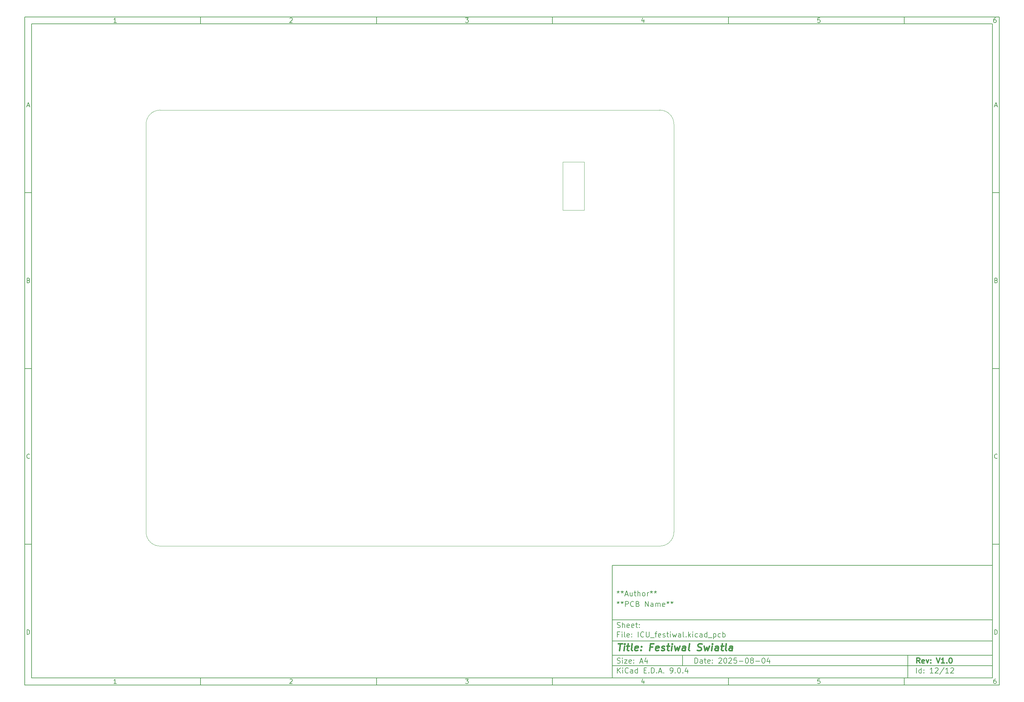
<source format=gbr>
%TF.GenerationSoftware,KiCad,Pcbnew,9.0.4*%
%TF.CreationDate,2025-08-27T10:43:00+02:00*%
%TF.ProjectId,ICU_festiwal,4943555f-6665-4737-9469-77616c2e6b69,V1.0*%
%TF.SameCoordinates,Original*%
%TF.FileFunction,Other,User*%
%FSLAX46Y46*%
G04 Gerber Fmt 4.6, Leading zero omitted, Abs format (unit mm)*
G04 Created by KiCad (PCBNEW 9.0.4) date 2025-08-27 10:43:00*
%MOMM*%
%LPD*%
G01*
G04 APERTURE LIST*
%ADD10C,0.100000*%
%ADD11C,0.150000*%
%ADD12C,0.300000*%
%ADD13C,0.400000*%
%ADD14C,0.050000*%
%TA.AperFunction,Profile*%
%ADD15C,0.050000*%
%TD*%
G04 APERTURE END LIST*
D10*
D11*
X177002200Y-166007200D02*
X285002200Y-166007200D01*
X285002200Y-198007200D01*
X177002200Y-198007200D01*
X177002200Y-166007200D01*
D10*
D11*
X10000000Y-10000000D02*
X287002200Y-10000000D01*
X287002200Y-200007200D01*
X10000000Y-200007200D01*
X10000000Y-10000000D01*
D10*
D11*
X12000000Y-12000000D02*
X285002200Y-12000000D01*
X285002200Y-198007200D01*
X12000000Y-198007200D01*
X12000000Y-12000000D01*
D10*
D11*
X60000000Y-12000000D02*
X60000000Y-10000000D01*
D10*
D11*
X110000000Y-12000000D02*
X110000000Y-10000000D01*
D10*
D11*
X160000000Y-12000000D02*
X160000000Y-10000000D01*
D10*
D11*
X210000000Y-12000000D02*
X210000000Y-10000000D01*
D10*
D11*
X260000000Y-12000000D02*
X260000000Y-10000000D01*
D10*
D11*
X36089160Y-11593604D02*
X35346303Y-11593604D01*
X35717731Y-11593604D02*
X35717731Y-10293604D01*
X35717731Y-10293604D02*
X35593922Y-10479319D01*
X35593922Y-10479319D02*
X35470112Y-10603128D01*
X35470112Y-10603128D02*
X35346303Y-10665033D01*
D10*
D11*
X85346303Y-10417414D02*
X85408207Y-10355509D01*
X85408207Y-10355509D02*
X85532017Y-10293604D01*
X85532017Y-10293604D02*
X85841541Y-10293604D01*
X85841541Y-10293604D02*
X85965350Y-10355509D01*
X85965350Y-10355509D02*
X86027255Y-10417414D01*
X86027255Y-10417414D02*
X86089160Y-10541223D01*
X86089160Y-10541223D02*
X86089160Y-10665033D01*
X86089160Y-10665033D02*
X86027255Y-10850747D01*
X86027255Y-10850747D02*
X85284398Y-11593604D01*
X85284398Y-11593604D02*
X86089160Y-11593604D01*
D10*
D11*
X135284398Y-10293604D02*
X136089160Y-10293604D01*
X136089160Y-10293604D02*
X135655826Y-10788842D01*
X135655826Y-10788842D02*
X135841541Y-10788842D01*
X135841541Y-10788842D02*
X135965350Y-10850747D01*
X135965350Y-10850747D02*
X136027255Y-10912652D01*
X136027255Y-10912652D02*
X136089160Y-11036461D01*
X136089160Y-11036461D02*
X136089160Y-11345985D01*
X136089160Y-11345985D02*
X136027255Y-11469795D01*
X136027255Y-11469795D02*
X135965350Y-11531700D01*
X135965350Y-11531700D02*
X135841541Y-11593604D01*
X135841541Y-11593604D02*
X135470112Y-11593604D01*
X135470112Y-11593604D02*
X135346303Y-11531700D01*
X135346303Y-11531700D02*
X135284398Y-11469795D01*
D10*
D11*
X185965350Y-10726938D02*
X185965350Y-11593604D01*
X185655826Y-10231700D02*
X185346303Y-11160271D01*
X185346303Y-11160271D02*
X186151064Y-11160271D01*
D10*
D11*
X236027255Y-10293604D02*
X235408207Y-10293604D01*
X235408207Y-10293604D02*
X235346303Y-10912652D01*
X235346303Y-10912652D02*
X235408207Y-10850747D01*
X235408207Y-10850747D02*
X235532017Y-10788842D01*
X235532017Y-10788842D02*
X235841541Y-10788842D01*
X235841541Y-10788842D02*
X235965350Y-10850747D01*
X235965350Y-10850747D02*
X236027255Y-10912652D01*
X236027255Y-10912652D02*
X236089160Y-11036461D01*
X236089160Y-11036461D02*
X236089160Y-11345985D01*
X236089160Y-11345985D02*
X236027255Y-11469795D01*
X236027255Y-11469795D02*
X235965350Y-11531700D01*
X235965350Y-11531700D02*
X235841541Y-11593604D01*
X235841541Y-11593604D02*
X235532017Y-11593604D01*
X235532017Y-11593604D02*
X235408207Y-11531700D01*
X235408207Y-11531700D02*
X235346303Y-11469795D01*
D10*
D11*
X285965350Y-10293604D02*
X285717731Y-10293604D01*
X285717731Y-10293604D02*
X285593922Y-10355509D01*
X285593922Y-10355509D02*
X285532017Y-10417414D01*
X285532017Y-10417414D02*
X285408207Y-10603128D01*
X285408207Y-10603128D02*
X285346303Y-10850747D01*
X285346303Y-10850747D02*
X285346303Y-11345985D01*
X285346303Y-11345985D02*
X285408207Y-11469795D01*
X285408207Y-11469795D02*
X285470112Y-11531700D01*
X285470112Y-11531700D02*
X285593922Y-11593604D01*
X285593922Y-11593604D02*
X285841541Y-11593604D01*
X285841541Y-11593604D02*
X285965350Y-11531700D01*
X285965350Y-11531700D02*
X286027255Y-11469795D01*
X286027255Y-11469795D02*
X286089160Y-11345985D01*
X286089160Y-11345985D02*
X286089160Y-11036461D01*
X286089160Y-11036461D02*
X286027255Y-10912652D01*
X286027255Y-10912652D02*
X285965350Y-10850747D01*
X285965350Y-10850747D02*
X285841541Y-10788842D01*
X285841541Y-10788842D02*
X285593922Y-10788842D01*
X285593922Y-10788842D02*
X285470112Y-10850747D01*
X285470112Y-10850747D02*
X285408207Y-10912652D01*
X285408207Y-10912652D02*
X285346303Y-11036461D01*
D10*
D11*
X60000000Y-198007200D02*
X60000000Y-200007200D01*
D10*
D11*
X110000000Y-198007200D02*
X110000000Y-200007200D01*
D10*
D11*
X160000000Y-198007200D02*
X160000000Y-200007200D01*
D10*
D11*
X210000000Y-198007200D02*
X210000000Y-200007200D01*
D10*
D11*
X260000000Y-198007200D02*
X260000000Y-200007200D01*
D10*
D11*
X36089160Y-199600804D02*
X35346303Y-199600804D01*
X35717731Y-199600804D02*
X35717731Y-198300804D01*
X35717731Y-198300804D02*
X35593922Y-198486519D01*
X35593922Y-198486519D02*
X35470112Y-198610328D01*
X35470112Y-198610328D02*
X35346303Y-198672233D01*
D10*
D11*
X85346303Y-198424614D02*
X85408207Y-198362709D01*
X85408207Y-198362709D02*
X85532017Y-198300804D01*
X85532017Y-198300804D02*
X85841541Y-198300804D01*
X85841541Y-198300804D02*
X85965350Y-198362709D01*
X85965350Y-198362709D02*
X86027255Y-198424614D01*
X86027255Y-198424614D02*
X86089160Y-198548423D01*
X86089160Y-198548423D02*
X86089160Y-198672233D01*
X86089160Y-198672233D02*
X86027255Y-198857947D01*
X86027255Y-198857947D02*
X85284398Y-199600804D01*
X85284398Y-199600804D02*
X86089160Y-199600804D01*
D10*
D11*
X135284398Y-198300804D02*
X136089160Y-198300804D01*
X136089160Y-198300804D02*
X135655826Y-198796042D01*
X135655826Y-198796042D02*
X135841541Y-198796042D01*
X135841541Y-198796042D02*
X135965350Y-198857947D01*
X135965350Y-198857947D02*
X136027255Y-198919852D01*
X136027255Y-198919852D02*
X136089160Y-199043661D01*
X136089160Y-199043661D02*
X136089160Y-199353185D01*
X136089160Y-199353185D02*
X136027255Y-199476995D01*
X136027255Y-199476995D02*
X135965350Y-199538900D01*
X135965350Y-199538900D02*
X135841541Y-199600804D01*
X135841541Y-199600804D02*
X135470112Y-199600804D01*
X135470112Y-199600804D02*
X135346303Y-199538900D01*
X135346303Y-199538900D02*
X135284398Y-199476995D01*
D10*
D11*
X185965350Y-198734138D02*
X185965350Y-199600804D01*
X185655826Y-198238900D02*
X185346303Y-199167471D01*
X185346303Y-199167471D02*
X186151064Y-199167471D01*
D10*
D11*
X236027255Y-198300804D02*
X235408207Y-198300804D01*
X235408207Y-198300804D02*
X235346303Y-198919852D01*
X235346303Y-198919852D02*
X235408207Y-198857947D01*
X235408207Y-198857947D02*
X235532017Y-198796042D01*
X235532017Y-198796042D02*
X235841541Y-198796042D01*
X235841541Y-198796042D02*
X235965350Y-198857947D01*
X235965350Y-198857947D02*
X236027255Y-198919852D01*
X236027255Y-198919852D02*
X236089160Y-199043661D01*
X236089160Y-199043661D02*
X236089160Y-199353185D01*
X236089160Y-199353185D02*
X236027255Y-199476995D01*
X236027255Y-199476995D02*
X235965350Y-199538900D01*
X235965350Y-199538900D02*
X235841541Y-199600804D01*
X235841541Y-199600804D02*
X235532017Y-199600804D01*
X235532017Y-199600804D02*
X235408207Y-199538900D01*
X235408207Y-199538900D02*
X235346303Y-199476995D01*
D10*
D11*
X285965350Y-198300804D02*
X285717731Y-198300804D01*
X285717731Y-198300804D02*
X285593922Y-198362709D01*
X285593922Y-198362709D02*
X285532017Y-198424614D01*
X285532017Y-198424614D02*
X285408207Y-198610328D01*
X285408207Y-198610328D02*
X285346303Y-198857947D01*
X285346303Y-198857947D02*
X285346303Y-199353185D01*
X285346303Y-199353185D02*
X285408207Y-199476995D01*
X285408207Y-199476995D02*
X285470112Y-199538900D01*
X285470112Y-199538900D02*
X285593922Y-199600804D01*
X285593922Y-199600804D02*
X285841541Y-199600804D01*
X285841541Y-199600804D02*
X285965350Y-199538900D01*
X285965350Y-199538900D02*
X286027255Y-199476995D01*
X286027255Y-199476995D02*
X286089160Y-199353185D01*
X286089160Y-199353185D02*
X286089160Y-199043661D01*
X286089160Y-199043661D02*
X286027255Y-198919852D01*
X286027255Y-198919852D02*
X285965350Y-198857947D01*
X285965350Y-198857947D02*
X285841541Y-198796042D01*
X285841541Y-198796042D02*
X285593922Y-198796042D01*
X285593922Y-198796042D02*
X285470112Y-198857947D01*
X285470112Y-198857947D02*
X285408207Y-198919852D01*
X285408207Y-198919852D02*
X285346303Y-199043661D01*
D10*
D11*
X10000000Y-60000000D02*
X12000000Y-60000000D01*
D10*
D11*
X10000000Y-110000000D02*
X12000000Y-110000000D01*
D10*
D11*
X10000000Y-160000000D02*
X12000000Y-160000000D01*
D10*
D11*
X10690476Y-35222176D02*
X11309523Y-35222176D01*
X10566666Y-35593604D02*
X10999999Y-34293604D01*
X10999999Y-34293604D02*
X11433333Y-35593604D01*
D10*
D11*
X11092857Y-84912652D02*
X11278571Y-84974557D01*
X11278571Y-84974557D02*
X11340476Y-85036461D01*
X11340476Y-85036461D02*
X11402380Y-85160271D01*
X11402380Y-85160271D02*
X11402380Y-85345985D01*
X11402380Y-85345985D02*
X11340476Y-85469795D01*
X11340476Y-85469795D02*
X11278571Y-85531700D01*
X11278571Y-85531700D02*
X11154761Y-85593604D01*
X11154761Y-85593604D02*
X10659523Y-85593604D01*
X10659523Y-85593604D02*
X10659523Y-84293604D01*
X10659523Y-84293604D02*
X11092857Y-84293604D01*
X11092857Y-84293604D02*
X11216666Y-84355509D01*
X11216666Y-84355509D02*
X11278571Y-84417414D01*
X11278571Y-84417414D02*
X11340476Y-84541223D01*
X11340476Y-84541223D02*
X11340476Y-84665033D01*
X11340476Y-84665033D02*
X11278571Y-84788842D01*
X11278571Y-84788842D02*
X11216666Y-84850747D01*
X11216666Y-84850747D02*
X11092857Y-84912652D01*
X11092857Y-84912652D02*
X10659523Y-84912652D01*
D10*
D11*
X11402380Y-135469795D02*
X11340476Y-135531700D01*
X11340476Y-135531700D02*
X11154761Y-135593604D01*
X11154761Y-135593604D02*
X11030952Y-135593604D01*
X11030952Y-135593604D02*
X10845238Y-135531700D01*
X10845238Y-135531700D02*
X10721428Y-135407890D01*
X10721428Y-135407890D02*
X10659523Y-135284080D01*
X10659523Y-135284080D02*
X10597619Y-135036461D01*
X10597619Y-135036461D02*
X10597619Y-134850747D01*
X10597619Y-134850747D02*
X10659523Y-134603128D01*
X10659523Y-134603128D02*
X10721428Y-134479319D01*
X10721428Y-134479319D02*
X10845238Y-134355509D01*
X10845238Y-134355509D02*
X11030952Y-134293604D01*
X11030952Y-134293604D02*
X11154761Y-134293604D01*
X11154761Y-134293604D02*
X11340476Y-134355509D01*
X11340476Y-134355509D02*
X11402380Y-134417414D01*
D10*
D11*
X10659523Y-185593604D02*
X10659523Y-184293604D01*
X10659523Y-184293604D02*
X10969047Y-184293604D01*
X10969047Y-184293604D02*
X11154761Y-184355509D01*
X11154761Y-184355509D02*
X11278571Y-184479319D01*
X11278571Y-184479319D02*
X11340476Y-184603128D01*
X11340476Y-184603128D02*
X11402380Y-184850747D01*
X11402380Y-184850747D02*
X11402380Y-185036461D01*
X11402380Y-185036461D02*
X11340476Y-185284080D01*
X11340476Y-185284080D02*
X11278571Y-185407890D01*
X11278571Y-185407890D02*
X11154761Y-185531700D01*
X11154761Y-185531700D02*
X10969047Y-185593604D01*
X10969047Y-185593604D02*
X10659523Y-185593604D01*
D10*
D11*
X287002200Y-60000000D02*
X285002200Y-60000000D01*
D10*
D11*
X287002200Y-110000000D02*
X285002200Y-110000000D01*
D10*
D11*
X287002200Y-160000000D02*
X285002200Y-160000000D01*
D10*
D11*
X285692676Y-35222176D02*
X286311723Y-35222176D01*
X285568866Y-35593604D02*
X286002199Y-34293604D01*
X286002199Y-34293604D02*
X286435533Y-35593604D01*
D10*
D11*
X286095057Y-84912652D02*
X286280771Y-84974557D01*
X286280771Y-84974557D02*
X286342676Y-85036461D01*
X286342676Y-85036461D02*
X286404580Y-85160271D01*
X286404580Y-85160271D02*
X286404580Y-85345985D01*
X286404580Y-85345985D02*
X286342676Y-85469795D01*
X286342676Y-85469795D02*
X286280771Y-85531700D01*
X286280771Y-85531700D02*
X286156961Y-85593604D01*
X286156961Y-85593604D02*
X285661723Y-85593604D01*
X285661723Y-85593604D02*
X285661723Y-84293604D01*
X285661723Y-84293604D02*
X286095057Y-84293604D01*
X286095057Y-84293604D02*
X286218866Y-84355509D01*
X286218866Y-84355509D02*
X286280771Y-84417414D01*
X286280771Y-84417414D02*
X286342676Y-84541223D01*
X286342676Y-84541223D02*
X286342676Y-84665033D01*
X286342676Y-84665033D02*
X286280771Y-84788842D01*
X286280771Y-84788842D02*
X286218866Y-84850747D01*
X286218866Y-84850747D02*
X286095057Y-84912652D01*
X286095057Y-84912652D02*
X285661723Y-84912652D01*
D10*
D11*
X286404580Y-135469795D02*
X286342676Y-135531700D01*
X286342676Y-135531700D02*
X286156961Y-135593604D01*
X286156961Y-135593604D02*
X286033152Y-135593604D01*
X286033152Y-135593604D02*
X285847438Y-135531700D01*
X285847438Y-135531700D02*
X285723628Y-135407890D01*
X285723628Y-135407890D02*
X285661723Y-135284080D01*
X285661723Y-135284080D02*
X285599819Y-135036461D01*
X285599819Y-135036461D02*
X285599819Y-134850747D01*
X285599819Y-134850747D02*
X285661723Y-134603128D01*
X285661723Y-134603128D02*
X285723628Y-134479319D01*
X285723628Y-134479319D02*
X285847438Y-134355509D01*
X285847438Y-134355509D02*
X286033152Y-134293604D01*
X286033152Y-134293604D02*
X286156961Y-134293604D01*
X286156961Y-134293604D02*
X286342676Y-134355509D01*
X286342676Y-134355509D02*
X286404580Y-134417414D01*
D10*
D11*
X285661723Y-185593604D02*
X285661723Y-184293604D01*
X285661723Y-184293604D02*
X285971247Y-184293604D01*
X285971247Y-184293604D02*
X286156961Y-184355509D01*
X286156961Y-184355509D02*
X286280771Y-184479319D01*
X286280771Y-184479319D02*
X286342676Y-184603128D01*
X286342676Y-184603128D02*
X286404580Y-184850747D01*
X286404580Y-184850747D02*
X286404580Y-185036461D01*
X286404580Y-185036461D02*
X286342676Y-185284080D01*
X286342676Y-185284080D02*
X286280771Y-185407890D01*
X286280771Y-185407890D02*
X286156961Y-185531700D01*
X286156961Y-185531700D02*
X285971247Y-185593604D01*
X285971247Y-185593604D02*
X285661723Y-185593604D01*
D10*
D11*
X200458026Y-193793328D02*
X200458026Y-192293328D01*
X200458026Y-192293328D02*
X200815169Y-192293328D01*
X200815169Y-192293328D02*
X201029455Y-192364757D01*
X201029455Y-192364757D02*
X201172312Y-192507614D01*
X201172312Y-192507614D02*
X201243741Y-192650471D01*
X201243741Y-192650471D02*
X201315169Y-192936185D01*
X201315169Y-192936185D02*
X201315169Y-193150471D01*
X201315169Y-193150471D02*
X201243741Y-193436185D01*
X201243741Y-193436185D02*
X201172312Y-193579042D01*
X201172312Y-193579042D02*
X201029455Y-193721900D01*
X201029455Y-193721900D02*
X200815169Y-193793328D01*
X200815169Y-193793328D02*
X200458026Y-193793328D01*
X202600884Y-193793328D02*
X202600884Y-193007614D01*
X202600884Y-193007614D02*
X202529455Y-192864757D01*
X202529455Y-192864757D02*
X202386598Y-192793328D01*
X202386598Y-192793328D02*
X202100884Y-192793328D01*
X202100884Y-192793328D02*
X201958026Y-192864757D01*
X202600884Y-193721900D02*
X202458026Y-193793328D01*
X202458026Y-193793328D02*
X202100884Y-193793328D01*
X202100884Y-193793328D02*
X201958026Y-193721900D01*
X201958026Y-193721900D02*
X201886598Y-193579042D01*
X201886598Y-193579042D02*
X201886598Y-193436185D01*
X201886598Y-193436185D02*
X201958026Y-193293328D01*
X201958026Y-193293328D02*
X202100884Y-193221900D01*
X202100884Y-193221900D02*
X202458026Y-193221900D01*
X202458026Y-193221900D02*
X202600884Y-193150471D01*
X203100884Y-192793328D02*
X203672312Y-192793328D01*
X203315169Y-192293328D02*
X203315169Y-193579042D01*
X203315169Y-193579042D02*
X203386598Y-193721900D01*
X203386598Y-193721900D02*
X203529455Y-193793328D01*
X203529455Y-193793328D02*
X203672312Y-193793328D01*
X204743741Y-193721900D02*
X204600884Y-193793328D01*
X204600884Y-193793328D02*
X204315170Y-193793328D01*
X204315170Y-193793328D02*
X204172312Y-193721900D01*
X204172312Y-193721900D02*
X204100884Y-193579042D01*
X204100884Y-193579042D02*
X204100884Y-193007614D01*
X204100884Y-193007614D02*
X204172312Y-192864757D01*
X204172312Y-192864757D02*
X204315170Y-192793328D01*
X204315170Y-192793328D02*
X204600884Y-192793328D01*
X204600884Y-192793328D02*
X204743741Y-192864757D01*
X204743741Y-192864757D02*
X204815170Y-193007614D01*
X204815170Y-193007614D02*
X204815170Y-193150471D01*
X204815170Y-193150471D02*
X204100884Y-193293328D01*
X205458026Y-193650471D02*
X205529455Y-193721900D01*
X205529455Y-193721900D02*
X205458026Y-193793328D01*
X205458026Y-193793328D02*
X205386598Y-193721900D01*
X205386598Y-193721900D02*
X205458026Y-193650471D01*
X205458026Y-193650471D02*
X205458026Y-193793328D01*
X205458026Y-192864757D02*
X205529455Y-192936185D01*
X205529455Y-192936185D02*
X205458026Y-193007614D01*
X205458026Y-193007614D02*
X205386598Y-192936185D01*
X205386598Y-192936185D02*
X205458026Y-192864757D01*
X205458026Y-192864757D02*
X205458026Y-193007614D01*
X207243741Y-192436185D02*
X207315169Y-192364757D01*
X207315169Y-192364757D02*
X207458027Y-192293328D01*
X207458027Y-192293328D02*
X207815169Y-192293328D01*
X207815169Y-192293328D02*
X207958027Y-192364757D01*
X207958027Y-192364757D02*
X208029455Y-192436185D01*
X208029455Y-192436185D02*
X208100884Y-192579042D01*
X208100884Y-192579042D02*
X208100884Y-192721900D01*
X208100884Y-192721900D02*
X208029455Y-192936185D01*
X208029455Y-192936185D02*
X207172312Y-193793328D01*
X207172312Y-193793328D02*
X208100884Y-193793328D01*
X209029455Y-192293328D02*
X209172312Y-192293328D01*
X209172312Y-192293328D02*
X209315169Y-192364757D01*
X209315169Y-192364757D02*
X209386598Y-192436185D01*
X209386598Y-192436185D02*
X209458026Y-192579042D01*
X209458026Y-192579042D02*
X209529455Y-192864757D01*
X209529455Y-192864757D02*
X209529455Y-193221900D01*
X209529455Y-193221900D02*
X209458026Y-193507614D01*
X209458026Y-193507614D02*
X209386598Y-193650471D01*
X209386598Y-193650471D02*
X209315169Y-193721900D01*
X209315169Y-193721900D02*
X209172312Y-193793328D01*
X209172312Y-193793328D02*
X209029455Y-193793328D01*
X209029455Y-193793328D02*
X208886598Y-193721900D01*
X208886598Y-193721900D02*
X208815169Y-193650471D01*
X208815169Y-193650471D02*
X208743740Y-193507614D01*
X208743740Y-193507614D02*
X208672312Y-193221900D01*
X208672312Y-193221900D02*
X208672312Y-192864757D01*
X208672312Y-192864757D02*
X208743740Y-192579042D01*
X208743740Y-192579042D02*
X208815169Y-192436185D01*
X208815169Y-192436185D02*
X208886598Y-192364757D01*
X208886598Y-192364757D02*
X209029455Y-192293328D01*
X210100883Y-192436185D02*
X210172311Y-192364757D01*
X210172311Y-192364757D02*
X210315169Y-192293328D01*
X210315169Y-192293328D02*
X210672311Y-192293328D01*
X210672311Y-192293328D02*
X210815169Y-192364757D01*
X210815169Y-192364757D02*
X210886597Y-192436185D01*
X210886597Y-192436185D02*
X210958026Y-192579042D01*
X210958026Y-192579042D02*
X210958026Y-192721900D01*
X210958026Y-192721900D02*
X210886597Y-192936185D01*
X210886597Y-192936185D02*
X210029454Y-193793328D01*
X210029454Y-193793328D02*
X210958026Y-193793328D01*
X212315168Y-192293328D02*
X211600882Y-192293328D01*
X211600882Y-192293328D02*
X211529454Y-193007614D01*
X211529454Y-193007614D02*
X211600882Y-192936185D01*
X211600882Y-192936185D02*
X211743740Y-192864757D01*
X211743740Y-192864757D02*
X212100882Y-192864757D01*
X212100882Y-192864757D02*
X212243740Y-192936185D01*
X212243740Y-192936185D02*
X212315168Y-193007614D01*
X212315168Y-193007614D02*
X212386597Y-193150471D01*
X212386597Y-193150471D02*
X212386597Y-193507614D01*
X212386597Y-193507614D02*
X212315168Y-193650471D01*
X212315168Y-193650471D02*
X212243740Y-193721900D01*
X212243740Y-193721900D02*
X212100882Y-193793328D01*
X212100882Y-193793328D02*
X211743740Y-193793328D01*
X211743740Y-193793328D02*
X211600882Y-193721900D01*
X211600882Y-193721900D02*
X211529454Y-193650471D01*
X213029453Y-193221900D02*
X214172311Y-193221900D01*
X215172311Y-192293328D02*
X215315168Y-192293328D01*
X215315168Y-192293328D02*
X215458025Y-192364757D01*
X215458025Y-192364757D02*
X215529454Y-192436185D01*
X215529454Y-192436185D02*
X215600882Y-192579042D01*
X215600882Y-192579042D02*
X215672311Y-192864757D01*
X215672311Y-192864757D02*
X215672311Y-193221900D01*
X215672311Y-193221900D02*
X215600882Y-193507614D01*
X215600882Y-193507614D02*
X215529454Y-193650471D01*
X215529454Y-193650471D02*
X215458025Y-193721900D01*
X215458025Y-193721900D02*
X215315168Y-193793328D01*
X215315168Y-193793328D02*
X215172311Y-193793328D01*
X215172311Y-193793328D02*
X215029454Y-193721900D01*
X215029454Y-193721900D02*
X214958025Y-193650471D01*
X214958025Y-193650471D02*
X214886596Y-193507614D01*
X214886596Y-193507614D02*
X214815168Y-193221900D01*
X214815168Y-193221900D02*
X214815168Y-192864757D01*
X214815168Y-192864757D02*
X214886596Y-192579042D01*
X214886596Y-192579042D02*
X214958025Y-192436185D01*
X214958025Y-192436185D02*
X215029454Y-192364757D01*
X215029454Y-192364757D02*
X215172311Y-192293328D01*
X216529453Y-192936185D02*
X216386596Y-192864757D01*
X216386596Y-192864757D02*
X216315167Y-192793328D01*
X216315167Y-192793328D02*
X216243739Y-192650471D01*
X216243739Y-192650471D02*
X216243739Y-192579042D01*
X216243739Y-192579042D02*
X216315167Y-192436185D01*
X216315167Y-192436185D02*
X216386596Y-192364757D01*
X216386596Y-192364757D02*
X216529453Y-192293328D01*
X216529453Y-192293328D02*
X216815167Y-192293328D01*
X216815167Y-192293328D02*
X216958025Y-192364757D01*
X216958025Y-192364757D02*
X217029453Y-192436185D01*
X217029453Y-192436185D02*
X217100882Y-192579042D01*
X217100882Y-192579042D02*
X217100882Y-192650471D01*
X217100882Y-192650471D02*
X217029453Y-192793328D01*
X217029453Y-192793328D02*
X216958025Y-192864757D01*
X216958025Y-192864757D02*
X216815167Y-192936185D01*
X216815167Y-192936185D02*
X216529453Y-192936185D01*
X216529453Y-192936185D02*
X216386596Y-193007614D01*
X216386596Y-193007614D02*
X216315167Y-193079042D01*
X216315167Y-193079042D02*
X216243739Y-193221900D01*
X216243739Y-193221900D02*
X216243739Y-193507614D01*
X216243739Y-193507614D02*
X216315167Y-193650471D01*
X216315167Y-193650471D02*
X216386596Y-193721900D01*
X216386596Y-193721900D02*
X216529453Y-193793328D01*
X216529453Y-193793328D02*
X216815167Y-193793328D01*
X216815167Y-193793328D02*
X216958025Y-193721900D01*
X216958025Y-193721900D02*
X217029453Y-193650471D01*
X217029453Y-193650471D02*
X217100882Y-193507614D01*
X217100882Y-193507614D02*
X217100882Y-193221900D01*
X217100882Y-193221900D02*
X217029453Y-193079042D01*
X217029453Y-193079042D02*
X216958025Y-193007614D01*
X216958025Y-193007614D02*
X216815167Y-192936185D01*
X217743738Y-193221900D02*
X218886596Y-193221900D01*
X219886596Y-192293328D02*
X220029453Y-192293328D01*
X220029453Y-192293328D02*
X220172310Y-192364757D01*
X220172310Y-192364757D02*
X220243739Y-192436185D01*
X220243739Y-192436185D02*
X220315167Y-192579042D01*
X220315167Y-192579042D02*
X220386596Y-192864757D01*
X220386596Y-192864757D02*
X220386596Y-193221900D01*
X220386596Y-193221900D02*
X220315167Y-193507614D01*
X220315167Y-193507614D02*
X220243739Y-193650471D01*
X220243739Y-193650471D02*
X220172310Y-193721900D01*
X220172310Y-193721900D02*
X220029453Y-193793328D01*
X220029453Y-193793328D02*
X219886596Y-193793328D01*
X219886596Y-193793328D02*
X219743739Y-193721900D01*
X219743739Y-193721900D02*
X219672310Y-193650471D01*
X219672310Y-193650471D02*
X219600881Y-193507614D01*
X219600881Y-193507614D02*
X219529453Y-193221900D01*
X219529453Y-193221900D02*
X219529453Y-192864757D01*
X219529453Y-192864757D02*
X219600881Y-192579042D01*
X219600881Y-192579042D02*
X219672310Y-192436185D01*
X219672310Y-192436185D02*
X219743739Y-192364757D01*
X219743739Y-192364757D02*
X219886596Y-192293328D01*
X221672310Y-192793328D02*
X221672310Y-193793328D01*
X221315167Y-192221900D02*
X220958024Y-193293328D01*
X220958024Y-193293328D02*
X221886595Y-193293328D01*
D10*
D11*
X177002200Y-194507200D02*
X285002200Y-194507200D01*
D10*
D11*
X178458026Y-196593328D02*
X178458026Y-195093328D01*
X179315169Y-196593328D02*
X178672312Y-195736185D01*
X179315169Y-195093328D02*
X178458026Y-195950471D01*
X179958026Y-196593328D02*
X179958026Y-195593328D01*
X179958026Y-195093328D02*
X179886598Y-195164757D01*
X179886598Y-195164757D02*
X179958026Y-195236185D01*
X179958026Y-195236185D02*
X180029455Y-195164757D01*
X180029455Y-195164757D02*
X179958026Y-195093328D01*
X179958026Y-195093328D02*
X179958026Y-195236185D01*
X181529455Y-196450471D02*
X181458027Y-196521900D01*
X181458027Y-196521900D02*
X181243741Y-196593328D01*
X181243741Y-196593328D02*
X181100884Y-196593328D01*
X181100884Y-196593328D02*
X180886598Y-196521900D01*
X180886598Y-196521900D02*
X180743741Y-196379042D01*
X180743741Y-196379042D02*
X180672312Y-196236185D01*
X180672312Y-196236185D02*
X180600884Y-195950471D01*
X180600884Y-195950471D02*
X180600884Y-195736185D01*
X180600884Y-195736185D02*
X180672312Y-195450471D01*
X180672312Y-195450471D02*
X180743741Y-195307614D01*
X180743741Y-195307614D02*
X180886598Y-195164757D01*
X180886598Y-195164757D02*
X181100884Y-195093328D01*
X181100884Y-195093328D02*
X181243741Y-195093328D01*
X181243741Y-195093328D02*
X181458027Y-195164757D01*
X181458027Y-195164757D02*
X181529455Y-195236185D01*
X182815170Y-196593328D02*
X182815170Y-195807614D01*
X182815170Y-195807614D02*
X182743741Y-195664757D01*
X182743741Y-195664757D02*
X182600884Y-195593328D01*
X182600884Y-195593328D02*
X182315170Y-195593328D01*
X182315170Y-195593328D02*
X182172312Y-195664757D01*
X182815170Y-196521900D02*
X182672312Y-196593328D01*
X182672312Y-196593328D02*
X182315170Y-196593328D01*
X182315170Y-196593328D02*
X182172312Y-196521900D01*
X182172312Y-196521900D02*
X182100884Y-196379042D01*
X182100884Y-196379042D02*
X182100884Y-196236185D01*
X182100884Y-196236185D02*
X182172312Y-196093328D01*
X182172312Y-196093328D02*
X182315170Y-196021900D01*
X182315170Y-196021900D02*
X182672312Y-196021900D01*
X182672312Y-196021900D02*
X182815170Y-195950471D01*
X184172313Y-196593328D02*
X184172313Y-195093328D01*
X184172313Y-196521900D02*
X184029455Y-196593328D01*
X184029455Y-196593328D02*
X183743741Y-196593328D01*
X183743741Y-196593328D02*
X183600884Y-196521900D01*
X183600884Y-196521900D02*
X183529455Y-196450471D01*
X183529455Y-196450471D02*
X183458027Y-196307614D01*
X183458027Y-196307614D02*
X183458027Y-195879042D01*
X183458027Y-195879042D02*
X183529455Y-195736185D01*
X183529455Y-195736185D02*
X183600884Y-195664757D01*
X183600884Y-195664757D02*
X183743741Y-195593328D01*
X183743741Y-195593328D02*
X184029455Y-195593328D01*
X184029455Y-195593328D02*
X184172313Y-195664757D01*
X186029455Y-195807614D02*
X186529455Y-195807614D01*
X186743741Y-196593328D02*
X186029455Y-196593328D01*
X186029455Y-196593328D02*
X186029455Y-195093328D01*
X186029455Y-195093328D02*
X186743741Y-195093328D01*
X187386598Y-196450471D02*
X187458027Y-196521900D01*
X187458027Y-196521900D02*
X187386598Y-196593328D01*
X187386598Y-196593328D02*
X187315170Y-196521900D01*
X187315170Y-196521900D02*
X187386598Y-196450471D01*
X187386598Y-196450471D02*
X187386598Y-196593328D01*
X188100884Y-196593328D02*
X188100884Y-195093328D01*
X188100884Y-195093328D02*
X188458027Y-195093328D01*
X188458027Y-195093328D02*
X188672313Y-195164757D01*
X188672313Y-195164757D02*
X188815170Y-195307614D01*
X188815170Y-195307614D02*
X188886599Y-195450471D01*
X188886599Y-195450471D02*
X188958027Y-195736185D01*
X188958027Y-195736185D02*
X188958027Y-195950471D01*
X188958027Y-195950471D02*
X188886599Y-196236185D01*
X188886599Y-196236185D02*
X188815170Y-196379042D01*
X188815170Y-196379042D02*
X188672313Y-196521900D01*
X188672313Y-196521900D02*
X188458027Y-196593328D01*
X188458027Y-196593328D02*
X188100884Y-196593328D01*
X189600884Y-196450471D02*
X189672313Y-196521900D01*
X189672313Y-196521900D02*
X189600884Y-196593328D01*
X189600884Y-196593328D02*
X189529456Y-196521900D01*
X189529456Y-196521900D02*
X189600884Y-196450471D01*
X189600884Y-196450471D02*
X189600884Y-196593328D01*
X190243742Y-196164757D02*
X190958028Y-196164757D01*
X190100885Y-196593328D02*
X190600885Y-195093328D01*
X190600885Y-195093328D02*
X191100885Y-196593328D01*
X191600884Y-196450471D02*
X191672313Y-196521900D01*
X191672313Y-196521900D02*
X191600884Y-196593328D01*
X191600884Y-196593328D02*
X191529456Y-196521900D01*
X191529456Y-196521900D02*
X191600884Y-196450471D01*
X191600884Y-196450471D02*
X191600884Y-196593328D01*
X193529456Y-196593328D02*
X193815170Y-196593328D01*
X193815170Y-196593328D02*
X193958027Y-196521900D01*
X193958027Y-196521900D02*
X194029456Y-196450471D01*
X194029456Y-196450471D02*
X194172313Y-196236185D01*
X194172313Y-196236185D02*
X194243742Y-195950471D01*
X194243742Y-195950471D02*
X194243742Y-195379042D01*
X194243742Y-195379042D02*
X194172313Y-195236185D01*
X194172313Y-195236185D02*
X194100885Y-195164757D01*
X194100885Y-195164757D02*
X193958027Y-195093328D01*
X193958027Y-195093328D02*
X193672313Y-195093328D01*
X193672313Y-195093328D02*
X193529456Y-195164757D01*
X193529456Y-195164757D02*
X193458027Y-195236185D01*
X193458027Y-195236185D02*
X193386599Y-195379042D01*
X193386599Y-195379042D02*
X193386599Y-195736185D01*
X193386599Y-195736185D02*
X193458027Y-195879042D01*
X193458027Y-195879042D02*
X193529456Y-195950471D01*
X193529456Y-195950471D02*
X193672313Y-196021900D01*
X193672313Y-196021900D02*
X193958027Y-196021900D01*
X193958027Y-196021900D02*
X194100885Y-195950471D01*
X194100885Y-195950471D02*
X194172313Y-195879042D01*
X194172313Y-195879042D02*
X194243742Y-195736185D01*
X194886598Y-196450471D02*
X194958027Y-196521900D01*
X194958027Y-196521900D02*
X194886598Y-196593328D01*
X194886598Y-196593328D02*
X194815170Y-196521900D01*
X194815170Y-196521900D02*
X194886598Y-196450471D01*
X194886598Y-196450471D02*
X194886598Y-196593328D01*
X195886599Y-195093328D02*
X196029456Y-195093328D01*
X196029456Y-195093328D02*
X196172313Y-195164757D01*
X196172313Y-195164757D02*
X196243742Y-195236185D01*
X196243742Y-195236185D02*
X196315170Y-195379042D01*
X196315170Y-195379042D02*
X196386599Y-195664757D01*
X196386599Y-195664757D02*
X196386599Y-196021900D01*
X196386599Y-196021900D02*
X196315170Y-196307614D01*
X196315170Y-196307614D02*
X196243742Y-196450471D01*
X196243742Y-196450471D02*
X196172313Y-196521900D01*
X196172313Y-196521900D02*
X196029456Y-196593328D01*
X196029456Y-196593328D02*
X195886599Y-196593328D01*
X195886599Y-196593328D02*
X195743742Y-196521900D01*
X195743742Y-196521900D02*
X195672313Y-196450471D01*
X195672313Y-196450471D02*
X195600884Y-196307614D01*
X195600884Y-196307614D02*
X195529456Y-196021900D01*
X195529456Y-196021900D02*
X195529456Y-195664757D01*
X195529456Y-195664757D02*
X195600884Y-195379042D01*
X195600884Y-195379042D02*
X195672313Y-195236185D01*
X195672313Y-195236185D02*
X195743742Y-195164757D01*
X195743742Y-195164757D02*
X195886599Y-195093328D01*
X197029455Y-196450471D02*
X197100884Y-196521900D01*
X197100884Y-196521900D02*
X197029455Y-196593328D01*
X197029455Y-196593328D02*
X196958027Y-196521900D01*
X196958027Y-196521900D02*
X197029455Y-196450471D01*
X197029455Y-196450471D02*
X197029455Y-196593328D01*
X198386599Y-195593328D02*
X198386599Y-196593328D01*
X198029456Y-195021900D02*
X197672313Y-196093328D01*
X197672313Y-196093328D02*
X198600884Y-196093328D01*
D10*
D11*
X177002200Y-191507200D02*
X285002200Y-191507200D01*
D10*
D12*
X264413853Y-193785528D02*
X263913853Y-193071242D01*
X263556710Y-193785528D02*
X263556710Y-192285528D01*
X263556710Y-192285528D02*
X264128139Y-192285528D01*
X264128139Y-192285528D02*
X264270996Y-192356957D01*
X264270996Y-192356957D02*
X264342425Y-192428385D01*
X264342425Y-192428385D02*
X264413853Y-192571242D01*
X264413853Y-192571242D02*
X264413853Y-192785528D01*
X264413853Y-192785528D02*
X264342425Y-192928385D01*
X264342425Y-192928385D02*
X264270996Y-192999814D01*
X264270996Y-192999814D02*
X264128139Y-193071242D01*
X264128139Y-193071242D02*
X263556710Y-193071242D01*
X265628139Y-193714100D02*
X265485282Y-193785528D01*
X265485282Y-193785528D02*
X265199568Y-193785528D01*
X265199568Y-193785528D02*
X265056710Y-193714100D01*
X265056710Y-193714100D02*
X264985282Y-193571242D01*
X264985282Y-193571242D02*
X264985282Y-192999814D01*
X264985282Y-192999814D02*
X265056710Y-192856957D01*
X265056710Y-192856957D02*
X265199568Y-192785528D01*
X265199568Y-192785528D02*
X265485282Y-192785528D01*
X265485282Y-192785528D02*
X265628139Y-192856957D01*
X265628139Y-192856957D02*
X265699568Y-192999814D01*
X265699568Y-192999814D02*
X265699568Y-193142671D01*
X265699568Y-193142671D02*
X264985282Y-193285528D01*
X266199567Y-192785528D02*
X266556710Y-193785528D01*
X266556710Y-193785528D02*
X266913853Y-192785528D01*
X267485281Y-193642671D02*
X267556710Y-193714100D01*
X267556710Y-193714100D02*
X267485281Y-193785528D01*
X267485281Y-193785528D02*
X267413853Y-193714100D01*
X267413853Y-193714100D02*
X267485281Y-193642671D01*
X267485281Y-193642671D02*
X267485281Y-193785528D01*
X267485281Y-192856957D02*
X267556710Y-192928385D01*
X267556710Y-192928385D02*
X267485281Y-192999814D01*
X267485281Y-192999814D02*
X267413853Y-192928385D01*
X267413853Y-192928385D02*
X267485281Y-192856957D01*
X267485281Y-192856957D02*
X267485281Y-192999814D01*
X269128139Y-192285528D02*
X269628139Y-193785528D01*
X269628139Y-193785528D02*
X270128139Y-192285528D01*
X271413853Y-193785528D02*
X270556710Y-193785528D01*
X270985281Y-193785528D02*
X270985281Y-192285528D01*
X270985281Y-192285528D02*
X270842424Y-192499814D01*
X270842424Y-192499814D02*
X270699567Y-192642671D01*
X270699567Y-192642671D02*
X270556710Y-192714100D01*
X272056709Y-193642671D02*
X272128138Y-193714100D01*
X272128138Y-193714100D02*
X272056709Y-193785528D01*
X272056709Y-193785528D02*
X271985281Y-193714100D01*
X271985281Y-193714100D02*
X272056709Y-193642671D01*
X272056709Y-193642671D02*
X272056709Y-193785528D01*
X273056710Y-192285528D02*
X273199567Y-192285528D01*
X273199567Y-192285528D02*
X273342424Y-192356957D01*
X273342424Y-192356957D02*
X273413853Y-192428385D01*
X273413853Y-192428385D02*
X273485281Y-192571242D01*
X273485281Y-192571242D02*
X273556710Y-192856957D01*
X273556710Y-192856957D02*
X273556710Y-193214100D01*
X273556710Y-193214100D02*
X273485281Y-193499814D01*
X273485281Y-193499814D02*
X273413853Y-193642671D01*
X273413853Y-193642671D02*
X273342424Y-193714100D01*
X273342424Y-193714100D02*
X273199567Y-193785528D01*
X273199567Y-193785528D02*
X273056710Y-193785528D01*
X273056710Y-193785528D02*
X272913853Y-193714100D01*
X272913853Y-193714100D02*
X272842424Y-193642671D01*
X272842424Y-193642671D02*
X272770995Y-193499814D01*
X272770995Y-193499814D02*
X272699567Y-193214100D01*
X272699567Y-193214100D02*
X272699567Y-192856957D01*
X272699567Y-192856957D02*
X272770995Y-192571242D01*
X272770995Y-192571242D02*
X272842424Y-192428385D01*
X272842424Y-192428385D02*
X272913853Y-192356957D01*
X272913853Y-192356957D02*
X273056710Y-192285528D01*
D10*
D11*
X178386598Y-193721900D02*
X178600884Y-193793328D01*
X178600884Y-193793328D02*
X178958026Y-193793328D01*
X178958026Y-193793328D02*
X179100884Y-193721900D01*
X179100884Y-193721900D02*
X179172312Y-193650471D01*
X179172312Y-193650471D02*
X179243741Y-193507614D01*
X179243741Y-193507614D02*
X179243741Y-193364757D01*
X179243741Y-193364757D02*
X179172312Y-193221900D01*
X179172312Y-193221900D02*
X179100884Y-193150471D01*
X179100884Y-193150471D02*
X178958026Y-193079042D01*
X178958026Y-193079042D02*
X178672312Y-193007614D01*
X178672312Y-193007614D02*
X178529455Y-192936185D01*
X178529455Y-192936185D02*
X178458026Y-192864757D01*
X178458026Y-192864757D02*
X178386598Y-192721900D01*
X178386598Y-192721900D02*
X178386598Y-192579042D01*
X178386598Y-192579042D02*
X178458026Y-192436185D01*
X178458026Y-192436185D02*
X178529455Y-192364757D01*
X178529455Y-192364757D02*
X178672312Y-192293328D01*
X178672312Y-192293328D02*
X179029455Y-192293328D01*
X179029455Y-192293328D02*
X179243741Y-192364757D01*
X179886597Y-193793328D02*
X179886597Y-192793328D01*
X179886597Y-192293328D02*
X179815169Y-192364757D01*
X179815169Y-192364757D02*
X179886597Y-192436185D01*
X179886597Y-192436185D02*
X179958026Y-192364757D01*
X179958026Y-192364757D02*
X179886597Y-192293328D01*
X179886597Y-192293328D02*
X179886597Y-192436185D01*
X180458026Y-192793328D02*
X181243741Y-192793328D01*
X181243741Y-192793328D02*
X180458026Y-193793328D01*
X180458026Y-193793328D02*
X181243741Y-193793328D01*
X182386598Y-193721900D02*
X182243741Y-193793328D01*
X182243741Y-193793328D02*
X181958027Y-193793328D01*
X181958027Y-193793328D02*
X181815169Y-193721900D01*
X181815169Y-193721900D02*
X181743741Y-193579042D01*
X181743741Y-193579042D02*
X181743741Y-193007614D01*
X181743741Y-193007614D02*
X181815169Y-192864757D01*
X181815169Y-192864757D02*
X181958027Y-192793328D01*
X181958027Y-192793328D02*
X182243741Y-192793328D01*
X182243741Y-192793328D02*
X182386598Y-192864757D01*
X182386598Y-192864757D02*
X182458027Y-193007614D01*
X182458027Y-193007614D02*
X182458027Y-193150471D01*
X182458027Y-193150471D02*
X181743741Y-193293328D01*
X183100883Y-193650471D02*
X183172312Y-193721900D01*
X183172312Y-193721900D02*
X183100883Y-193793328D01*
X183100883Y-193793328D02*
X183029455Y-193721900D01*
X183029455Y-193721900D02*
X183100883Y-193650471D01*
X183100883Y-193650471D02*
X183100883Y-193793328D01*
X183100883Y-192864757D02*
X183172312Y-192936185D01*
X183172312Y-192936185D02*
X183100883Y-193007614D01*
X183100883Y-193007614D02*
X183029455Y-192936185D01*
X183029455Y-192936185D02*
X183100883Y-192864757D01*
X183100883Y-192864757D02*
X183100883Y-193007614D01*
X184886598Y-193364757D02*
X185600884Y-193364757D01*
X184743741Y-193793328D02*
X185243741Y-192293328D01*
X185243741Y-192293328D02*
X185743741Y-193793328D01*
X186886598Y-192793328D02*
X186886598Y-193793328D01*
X186529455Y-192221900D02*
X186172312Y-193293328D01*
X186172312Y-193293328D02*
X187100883Y-193293328D01*
D10*
D11*
X263458026Y-196593328D02*
X263458026Y-195093328D01*
X264815170Y-196593328D02*
X264815170Y-195093328D01*
X264815170Y-196521900D02*
X264672312Y-196593328D01*
X264672312Y-196593328D02*
X264386598Y-196593328D01*
X264386598Y-196593328D02*
X264243741Y-196521900D01*
X264243741Y-196521900D02*
X264172312Y-196450471D01*
X264172312Y-196450471D02*
X264100884Y-196307614D01*
X264100884Y-196307614D02*
X264100884Y-195879042D01*
X264100884Y-195879042D02*
X264172312Y-195736185D01*
X264172312Y-195736185D02*
X264243741Y-195664757D01*
X264243741Y-195664757D02*
X264386598Y-195593328D01*
X264386598Y-195593328D02*
X264672312Y-195593328D01*
X264672312Y-195593328D02*
X264815170Y-195664757D01*
X265529455Y-196450471D02*
X265600884Y-196521900D01*
X265600884Y-196521900D02*
X265529455Y-196593328D01*
X265529455Y-196593328D02*
X265458027Y-196521900D01*
X265458027Y-196521900D02*
X265529455Y-196450471D01*
X265529455Y-196450471D02*
X265529455Y-196593328D01*
X265529455Y-195664757D02*
X265600884Y-195736185D01*
X265600884Y-195736185D02*
X265529455Y-195807614D01*
X265529455Y-195807614D02*
X265458027Y-195736185D01*
X265458027Y-195736185D02*
X265529455Y-195664757D01*
X265529455Y-195664757D02*
X265529455Y-195807614D01*
X268172313Y-196593328D02*
X267315170Y-196593328D01*
X267743741Y-196593328D02*
X267743741Y-195093328D01*
X267743741Y-195093328D02*
X267600884Y-195307614D01*
X267600884Y-195307614D02*
X267458027Y-195450471D01*
X267458027Y-195450471D02*
X267315170Y-195521900D01*
X268743741Y-195236185D02*
X268815169Y-195164757D01*
X268815169Y-195164757D02*
X268958027Y-195093328D01*
X268958027Y-195093328D02*
X269315169Y-195093328D01*
X269315169Y-195093328D02*
X269458027Y-195164757D01*
X269458027Y-195164757D02*
X269529455Y-195236185D01*
X269529455Y-195236185D02*
X269600884Y-195379042D01*
X269600884Y-195379042D02*
X269600884Y-195521900D01*
X269600884Y-195521900D02*
X269529455Y-195736185D01*
X269529455Y-195736185D02*
X268672312Y-196593328D01*
X268672312Y-196593328D02*
X269600884Y-196593328D01*
X271315169Y-195021900D02*
X270029455Y-196950471D01*
X272600884Y-196593328D02*
X271743741Y-196593328D01*
X272172312Y-196593328D02*
X272172312Y-195093328D01*
X272172312Y-195093328D02*
X272029455Y-195307614D01*
X272029455Y-195307614D02*
X271886598Y-195450471D01*
X271886598Y-195450471D02*
X271743741Y-195521900D01*
X273172312Y-195236185D02*
X273243740Y-195164757D01*
X273243740Y-195164757D02*
X273386598Y-195093328D01*
X273386598Y-195093328D02*
X273743740Y-195093328D01*
X273743740Y-195093328D02*
X273886598Y-195164757D01*
X273886598Y-195164757D02*
X273958026Y-195236185D01*
X273958026Y-195236185D02*
X274029455Y-195379042D01*
X274029455Y-195379042D02*
X274029455Y-195521900D01*
X274029455Y-195521900D02*
X273958026Y-195736185D01*
X273958026Y-195736185D02*
X273100883Y-196593328D01*
X273100883Y-196593328D02*
X274029455Y-196593328D01*
D10*
D11*
X177002200Y-187507200D02*
X285002200Y-187507200D01*
D10*
D13*
X178693928Y-188211638D02*
X179836785Y-188211638D01*
X179015357Y-190211638D02*
X179265357Y-188211638D01*
X180253452Y-190211638D02*
X180420119Y-188878304D01*
X180503452Y-188211638D02*
X180396309Y-188306876D01*
X180396309Y-188306876D02*
X180479643Y-188402114D01*
X180479643Y-188402114D02*
X180586786Y-188306876D01*
X180586786Y-188306876D02*
X180503452Y-188211638D01*
X180503452Y-188211638D02*
X180479643Y-188402114D01*
X181086786Y-188878304D02*
X181848690Y-188878304D01*
X181455833Y-188211638D02*
X181241548Y-189925923D01*
X181241548Y-189925923D02*
X181312976Y-190116400D01*
X181312976Y-190116400D02*
X181491548Y-190211638D01*
X181491548Y-190211638D02*
X181682024Y-190211638D01*
X182634405Y-190211638D02*
X182455833Y-190116400D01*
X182455833Y-190116400D02*
X182384405Y-189925923D01*
X182384405Y-189925923D02*
X182598690Y-188211638D01*
X184170119Y-190116400D02*
X183967738Y-190211638D01*
X183967738Y-190211638D02*
X183586785Y-190211638D01*
X183586785Y-190211638D02*
X183408214Y-190116400D01*
X183408214Y-190116400D02*
X183336785Y-189925923D01*
X183336785Y-189925923D02*
X183432024Y-189164019D01*
X183432024Y-189164019D02*
X183551071Y-188973542D01*
X183551071Y-188973542D02*
X183753452Y-188878304D01*
X183753452Y-188878304D02*
X184134404Y-188878304D01*
X184134404Y-188878304D02*
X184312976Y-188973542D01*
X184312976Y-188973542D02*
X184384404Y-189164019D01*
X184384404Y-189164019D02*
X184360595Y-189354495D01*
X184360595Y-189354495D02*
X183384404Y-189544971D01*
X185134405Y-190021161D02*
X185217738Y-190116400D01*
X185217738Y-190116400D02*
X185110595Y-190211638D01*
X185110595Y-190211638D02*
X185027262Y-190116400D01*
X185027262Y-190116400D02*
X185134405Y-190021161D01*
X185134405Y-190021161D02*
X185110595Y-190211638D01*
X185265357Y-188973542D02*
X185348690Y-189068780D01*
X185348690Y-189068780D02*
X185241548Y-189164019D01*
X185241548Y-189164019D02*
X185158214Y-189068780D01*
X185158214Y-189068780D02*
X185265357Y-188973542D01*
X185265357Y-188973542D02*
X185241548Y-189164019D01*
X188384405Y-189164019D02*
X187717739Y-189164019D01*
X187586786Y-190211638D02*
X187836786Y-188211638D01*
X187836786Y-188211638D02*
X188789167Y-188211638D01*
X190074882Y-190116400D02*
X189872501Y-190211638D01*
X189872501Y-190211638D02*
X189491548Y-190211638D01*
X189491548Y-190211638D02*
X189312977Y-190116400D01*
X189312977Y-190116400D02*
X189241548Y-189925923D01*
X189241548Y-189925923D02*
X189336787Y-189164019D01*
X189336787Y-189164019D02*
X189455834Y-188973542D01*
X189455834Y-188973542D02*
X189658215Y-188878304D01*
X189658215Y-188878304D02*
X190039167Y-188878304D01*
X190039167Y-188878304D02*
X190217739Y-188973542D01*
X190217739Y-188973542D02*
X190289167Y-189164019D01*
X190289167Y-189164019D02*
X190265358Y-189354495D01*
X190265358Y-189354495D02*
X189289167Y-189544971D01*
X190932025Y-190116400D02*
X191110596Y-190211638D01*
X191110596Y-190211638D02*
X191491549Y-190211638D01*
X191491549Y-190211638D02*
X191693930Y-190116400D01*
X191693930Y-190116400D02*
X191812977Y-189925923D01*
X191812977Y-189925923D02*
X191824882Y-189830685D01*
X191824882Y-189830685D02*
X191753453Y-189640209D01*
X191753453Y-189640209D02*
X191574882Y-189544971D01*
X191574882Y-189544971D02*
X191289168Y-189544971D01*
X191289168Y-189544971D02*
X191110596Y-189449733D01*
X191110596Y-189449733D02*
X191039168Y-189259257D01*
X191039168Y-189259257D02*
X191051073Y-189164019D01*
X191051073Y-189164019D02*
X191170120Y-188973542D01*
X191170120Y-188973542D02*
X191372501Y-188878304D01*
X191372501Y-188878304D02*
X191658215Y-188878304D01*
X191658215Y-188878304D02*
X191836787Y-188973542D01*
X192515359Y-188878304D02*
X193277263Y-188878304D01*
X192884406Y-188211638D02*
X192670121Y-189925923D01*
X192670121Y-189925923D02*
X192741549Y-190116400D01*
X192741549Y-190116400D02*
X192920121Y-190211638D01*
X192920121Y-190211638D02*
X193110597Y-190211638D01*
X193777263Y-190211638D02*
X193943930Y-188878304D01*
X194027263Y-188211638D02*
X193920120Y-188306876D01*
X193920120Y-188306876D02*
X194003454Y-188402114D01*
X194003454Y-188402114D02*
X194110597Y-188306876D01*
X194110597Y-188306876D02*
X194027263Y-188211638D01*
X194027263Y-188211638D02*
X194003454Y-188402114D01*
X194705835Y-188878304D02*
X194920120Y-190211638D01*
X194920120Y-190211638D02*
X195420120Y-189259257D01*
X195420120Y-189259257D02*
X195682025Y-190211638D01*
X195682025Y-190211638D02*
X196229644Y-188878304D01*
X197682025Y-190211638D02*
X197812977Y-189164019D01*
X197812977Y-189164019D02*
X197741549Y-188973542D01*
X197741549Y-188973542D02*
X197562977Y-188878304D01*
X197562977Y-188878304D02*
X197182025Y-188878304D01*
X197182025Y-188878304D02*
X196979644Y-188973542D01*
X197693930Y-190116400D02*
X197491549Y-190211638D01*
X197491549Y-190211638D02*
X197015358Y-190211638D01*
X197015358Y-190211638D02*
X196836787Y-190116400D01*
X196836787Y-190116400D02*
X196765358Y-189925923D01*
X196765358Y-189925923D02*
X196789168Y-189735447D01*
X196789168Y-189735447D02*
X196908216Y-189544971D01*
X196908216Y-189544971D02*
X197110597Y-189449733D01*
X197110597Y-189449733D02*
X197586787Y-189449733D01*
X197586787Y-189449733D02*
X197789168Y-189354495D01*
X198920121Y-190211638D02*
X198741549Y-190116400D01*
X198741549Y-190116400D02*
X198670121Y-189925923D01*
X198670121Y-189925923D02*
X198884406Y-188211638D01*
X201122502Y-190116400D02*
X201396311Y-190211638D01*
X201396311Y-190211638D02*
X201872502Y-190211638D01*
X201872502Y-190211638D02*
X202074883Y-190116400D01*
X202074883Y-190116400D02*
X202182026Y-190021161D01*
X202182026Y-190021161D02*
X202301073Y-189830685D01*
X202301073Y-189830685D02*
X202324883Y-189640209D01*
X202324883Y-189640209D02*
X202253454Y-189449733D01*
X202253454Y-189449733D02*
X202170121Y-189354495D01*
X202170121Y-189354495D02*
X201991550Y-189259257D01*
X201991550Y-189259257D02*
X201622502Y-189164019D01*
X201622502Y-189164019D02*
X201443930Y-189068780D01*
X201443930Y-189068780D02*
X201360597Y-188973542D01*
X201360597Y-188973542D02*
X201289169Y-188783066D01*
X201289169Y-188783066D02*
X201312978Y-188592590D01*
X201312978Y-188592590D02*
X201432026Y-188402114D01*
X201432026Y-188402114D02*
X201539169Y-188306876D01*
X201539169Y-188306876D02*
X201741550Y-188211638D01*
X201741550Y-188211638D02*
X202217740Y-188211638D01*
X202217740Y-188211638D02*
X202491550Y-188306876D01*
X203086788Y-188878304D02*
X203301073Y-190211638D01*
X203301073Y-190211638D02*
X203801073Y-189259257D01*
X203801073Y-189259257D02*
X204062978Y-190211638D01*
X204062978Y-190211638D02*
X204610597Y-188878304D01*
X205205835Y-190211638D02*
X205372502Y-188878304D01*
X205455835Y-188211638D02*
X205348692Y-188306876D01*
X205348692Y-188306876D02*
X205432026Y-188402114D01*
X205432026Y-188402114D02*
X205539169Y-188306876D01*
X205539169Y-188306876D02*
X205455835Y-188211638D01*
X205455835Y-188211638D02*
X205432026Y-188402114D01*
X207015359Y-190211638D02*
X207146311Y-189164019D01*
X207146311Y-189164019D02*
X207074883Y-188973542D01*
X207074883Y-188973542D02*
X206896311Y-188878304D01*
X206896311Y-188878304D02*
X206515359Y-188878304D01*
X206515359Y-188878304D02*
X206312978Y-188973542D01*
X207027264Y-190116400D02*
X206824883Y-190211638D01*
X206824883Y-190211638D02*
X206348692Y-190211638D01*
X206348692Y-190211638D02*
X206170121Y-190116400D01*
X206170121Y-190116400D02*
X206098692Y-189925923D01*
X206098692Y-189925923D02*
X206122502Y-189735447D01*
X206122502Y-189735447D02*
X206241550Y-189544971D01*
X206241550Y-189544971D02*
X206443931Y-189449733D01*
X206443931Y-189449733D02*
X206920121Y-189449733D01*
X206920121Y-189449733D02*
X207122502Y-189354495D01*
X207848693Y-188878304D02*
X208610597Y-188878304D01*
X208217740Y-188211638D02*
X208003455Y-189925923D01*
X208003455Y-189925923D02*
X208074883Y-190116400D01*
X208074883Y-190116400D02*
X208253455Y-190211638D01*
X208253455Y-190211638D02*
X208443931Y-190211638D01*
X209396312Y-190211638D02*
X209217740Y-190116400D01*
X209217740Y-190116400D02*
X209146312Y-189925923D01*
X209146312Y-189925923D02*
X209360597Y-188211638D01*
X211015359Y-190211638D02*
X211146311Y-189164019D01*
X211146311Y-189164019D02*
X211074883Y-188973542D01*
X211074883Y-188973542D02*
X210896311Y-188878304D01*
X210896311Y-188878304D02*
X210515359Y-188878304D01*
X210515359Y-188878304D02*
X210312978Y-188973542D01*
X211027264Y-190116400D02*
X210824883Y-190211638D01*
X210824883Y-190211638D02*
X210348692Y-190211638D01*
X210348692Y-190211638D02*
X210170121Y-190116400D01*
X210170121Y-190116400D02*
X210098692Y-189925923D01*
X210098692Y-189925923D02*
X210122502Y-189735447D01*
X210122502Y-189735447D02*
X210241550Y-189544971D01*
X210241550Y-189544971D02*
X210443931Y-189449733D01*
X210443931Y-189449733D02*
X210920121Y-189449733D01*
X210920121Y-189449733D02*
X211122502Y-189354495D01*
D10*
D11*
X178958026Y-185607614D02*
X178458026Y-185607614D01*
X178458026Y-186393328D02*
X178458026Y-184893328D01*
X178458026Y-184893328D02*
X179172312Y-184893328D01*
X179743740Y-186393328D02*
X179743740Y-185393328D01*
X179743740Y-184893328D02*
X179672312Y-184964757D01*
X179672312Y-184964757D02*
X179743740Y-185036185D01*
X179743740Y-185036185D02*
X179815169Y-184964757D01*
X179815169Y-184964757D02*
X179743740Y-184893328D01*
X179743740Y-184893328D02*
X179743740Y-185036185D01*
X180672312Y-186393328D02*
X180529455Y-186321900D01*
X180529455Y-186321900D02*
X180458026Y-186179042D01*
X180458026Y-186179042D02*
X180458026Y-184893328D01*
X181815169Y-186321900D02*
X181672312Y-186393328D01*
X181672312Y-186393328D02*
X181386598Y-186393328D01*
X181386598Y-186393328D02*
X181243740Y-186321900D01*
X181243740Y-186321900D02*
X181172312Y-186179042D01*
X181172312Y-186179042D02*
X181172312Y-185607614D01*
X181172312Y-185607614D02*
X181243740Y-185464757D01*
X181243740Y-185464757D02*
X181386598Y-185393328D01*
X181386598Y-185393328D02*
X181672312Y-185393328D01*
X181672312Y-185393328D02*
X181815169Y-185464757D01*
X181815169Y-185464757D02*
X181886598Y-185607614D01*
X181886598Y-185607614D02*
X181886598Y-185750471D01*
X181886598Y-185750471D02*
X181172312Y-185893328D01*
X182529454Y-186250471D02*
X182600883Y-186321900D01*
X182600883Y-186321900D02*
X182529454Y-186393328D01*
X182529454Y-186393328D02*
X182458026Y-186321900D01*
X182458026Y-186321900D02*
X182529454Y-186250471D01*
X182529454Y-186250471D02*
X182529454Y-186393328D01*
X182529454Y-185464757D02*
X182600883Y-185536185D01*
X182600883Y-185536185D02*
X182529454Y-185607614D01*
X182529454Y-185607614D02*
X182458026Y-185536185D01*
X182458026Y-185536185D02*
X182529454Y-185464757D01*
X182529454Y-185464757D02*
X182529454Y-185607614D01*
X184386597Y-186393328D02*
X184386597Y-184893328D01*
X185958026Y-186250471D02*
X185886598Y-186321900D01*
X185886598Y-186321900D02*
X185672312Y-186393328D01*
X185672312Y-186393328D02*
X185529455Y-186393328D01*
X185529455Y-186393328D02*
X185315169Y-186321900D01*
X185315169Y-186321900D02*
X185172312Y-186179042D01*
X185172312Y-186179042D02*
X185100883Y-186036185D01*
X185100883Y-186036185D02*
X185029455Y-185750471D01*
X185029455Y-185750471D02*
X185029455Y-185536185D01*
X185029455Y-185536185D02*
X185100883Y-185250471D01*
X185100883Y-185250471D02*
X185172312Y-185107614D01*
X185172312Y-185107614D02*
X185315169Y-184964757D01*
X185315169Y-184964757D02*
X185529455Y-184893328D01*
X185529455Y-184893328D02*
X185672312Y-184893328D01*
X185672312Y-184893328D02*
X185886598Y-184964757D01*
X185886598Y-184964757D02*
X185958026Y-185036185D01*
X186600883Y-184893328D02*
X186600883Y-186107614D01*
X186600883Y-186107614D02*
X186672312Y-186250471D01*
X186672312Y-186250471D02*
X186743741Y-186321900D01*
X186743741Y-186321900D02*
X186886598Y-186393328D01*
X186886598Y-186393328D02*
X187172312Y-186393328D01*
X187172312Y-186393328D02*
X187315169Y-186321900D01*
X187315169Y-186321900D02*
X187386598Y-186250471D01*
X187386598Y-186250471D02*
X187458026Y-186107614D01*
X187458026Y-186107614D02*
X187458026Y-184893328D01*
X187815170Y-186536185D02*
X188958027Y-186536185D01*
X189100884Y-185393328D02*
X189672312Y-185393328D01*
X189315169Y-186393328D02*
X189315169Y-185107614D01*
X189315169Y-185107614D02*
X189386598Y-184964757D01*
X189386598Y-184964757D02*
X189529455Y-184893328D01*
X189529455Y-184893328D02*
X189672312Y-184893328D01*
X190743741Y-186321900D02*
X190600884Y-186393328D01*
X190600884Y-186393328D02*
X190315170Y-186393328D01*
X190315170Y-186393328D02*
X190172312Y-186321900D01*
X190172312Y-186321900D02*
X190100884Y-186179042D01*
X190100884Y-186179042D02*
X190100884Y-185607614D01*
X190100884Y-185607614D02*
X190172312Y-185464757D01*
X190172312Y-185464757D02*
X190315170Y-185393328D01*
X190315170Y-185393328D02*
X190600884Y-185393328D01*
X190600884Y-185393328D02*
X190743741Y-185464757D01*
X190743741Y-185464757D02*
X190815170Y-185607614D01*
X190815170Y-185607614D02*
X190815170Y-185750471D01*
X190815170Y-185750471D02*
X190100884Y-185893328D01*
X191386598Y-186321900D02*
X191529455Y-186393328D01*
X191529455Y-186393328D02*
X191815169Y-186393328D01*
X191815169Y-186393328D02*
X191958026Y-186321900D01*
X191958026Y-186321900D02*
X192029455Y-186179042D01*
X192029455Y-186179042D02*
X192029455Y-186107614D01*
X192029455Y-186107614D02*
X191958026Y-185964757D01*
X191958026Y-185964757D02*
X191815169Y-185893328D01*
X191815169Y-185893328D02*
X191600884Y-185893328D01*
X191600884Y-185893328D02*
X191458026Y-185821900D01*
X191458026Y-185821900D02*
X191386598Y-185679042D01*
X191386598Y-185679042D02*
X191386598Y-185607614D01*
X191386598Y-185607614D02*
X191458026Y-185464757D01*
X191458026Y-185464757D02*
X191600884Y-185393328D01*
X191600884Y-185393328D02*
X191815169Y-185393328D01*
X191815169Y-185393328D02*
X191958026Y-185464757D01*
X192458027Y-185393328D02*
X193029455Y-185393328D01*
X192672312Y-184893328D02*
X192672312Y-186179042D01*
X192672312Y-186179042D02*
X192743741Y-186321900D01*
X192743741Y-186321900D02*
X192886598Y-186393328D01*
X192886598Y-186393328D02*
X193029455Y-186393328D01*
X193529455Y-186393328D02*
X193529455Y-185393328D01*
X193529455Y-184893328D02*
X193458027Y-184964757D01*
X193458027Y-184964757D02*
X193529455Y-185036185D01*
X193529455Y-185036185D02*
X193600884Y-184964757D01*
X193600884Y-184964757D02*
X193529455Y-184893328D01*
X193529455Y-184893328D02*
X193529455Y-185036185D01*
X194100884Y-185393328D02*
X194386599Y-186393328D01*
X194386599Y-186393328D02*
X194672313Y-185679042D01*
X194672313Y-185679042D02*
X194958027Y-186393328D01*
X194958027Y-186393328D02*
X195243741Y-185393328D01*
X196458028Y-186393328D02*
X196458028Y-185607614D01*
X196458028Y-185607614D02*
X196386599Y-185464757D01*
X196386599Y-185464757D02*
X196243742Y-185393328D01*
X196243742Y-185393328D02*
X195958028Y-185393328D01*
X195958028Y-185393328D02*
X195815170Y-185464757D01*
X196458028Y-186321900D02*
X196315170Y-186393328D01*
X196315170Y-186393328D02*
X195958028Y-186393328D01*
X195958028Y-186393328D02*
X195815170Y-186321900D01*
X195815170Y-186321900D02*
X195743742Y-186179042D01*
X195743742Y-186179042D02*
X195743742Y-186036185D01*
X195743742Y-186036185D02*
X195815170Y-185893328D01*
X195815170Y-185893328D02*
X195958028Y-185821900D01*
X195958028Y-185821900D02*
X196315170Y-185821900D01*
X196315170Y-185821900D02*
X196458028Y-185750471D01*
X197386599Y-186393328D02*
X197243742Y-186321900D01*
X197243742Y-186321900D02*
X197172313Y-186179042D01*
X197172313Y-186179042D02*
X197172313Y-184893328D01*
X197958027Y-186250471D02*
X198029456Y-186321900D01*
X198029456Y-186321900D02*
X197958027Y-186393328D01*
X197958027Y-186393328D02*
X197886599Y-186321900D01*
X197886599Y-186321900D02*
X197958027Y-186250471D01*
X197958027Y-186250471D02*
X197958027Y-186393328D01*
X198672313Y-186393328D02*
X198672313Y-184893328D01*
X198815171Y-185821900D02*
X199243742Y-186393328D01*
X199243742Y-185393328D02*
X198672313Y-185964757D01*
X199886599Y-186393328D02*
X199886599Y-185393328D01*
X199886599Y-184893328D02*
X199815171Y-184964757D01*
X199815171Y-184964757D02*
X199886599Y-185036185D01*
X199886599Y-185036185D02*
X199958028Y-184964757D01*
X199958028Y-184964757D02*
X199886599Y-184893328D01*
X199886599Y-184893328D02*
X199886599Y-185036185D01*
X201243743Y-186321900D02*
X201100885Y-186393328D01*
X201100885Y-186393328D02*
X200815171Y-186393328D01*
X200815171Y-186393328D02*
X200672314Y-186321900D01*
X200672314Y-186321900D02*
X200600885Y-186250471D01*
X200600885Y-186250471D02*
X200529457Y-186107614D01*
X200529457Y-186107614D02*
X200529457Y-185679042D01*
X200529457Y-185679042D02*
X200600885Y-185536185D01*
X200600885Y-185536185D02*
X200672314Y-185464757D01*
X200672314Y-185464757D02*
X200815171Y-185393328D01*
X200815171Y-185393328D02*
X201100885Y-185393328D01*
X201100885Y-185393328D02*
X201243743Y-185464757D01*
X202529457Y-186393328D02*
X202529457Y-185607614D01*
X202529457Y-185607614D02*
X202458028Y-185464757D01*
X202458028Y-185464757D02*
X202315171Y-185393328D01*
X202315171Y-185393328D02*
X202029457Y-185393328D01*
X202029457Y-185393328D02*
X201886599Y-185464757D01*
X202529457Y-186321900D02*
X202386599Y-186393328D01*
X202386599Y-186393328D02*
X202029457Y-186393328D01*
X202029457Y-186393328D02*
X201886599Y-186321900D01*
X201886599Y-186321900D02*
X201815171Y-186179042D01*
X201815171Y-186179042D02*
X201815171Y-186036185D01*
X201815171Y-186036185D02*
X201886599Y-185893328D01*
X201886599Y-185893328D02*
X202029457Y-185821900D01*
X202029457Y-185821900D02*
X202386599Y-185821900D01*
X202386599Y-185821900D02*
X202529457Y-185750471D01*
X203886600Y-186393328D02*
X203886600Y-184893328D01*
X203886600Y-186321900D02*
X203743742Y-186393328D01*
X203743742Y-186393328D02*
X203458028Y-186393328D01*
X203458028Y-186393328D02*
X203315171Y-186321900D01*
X203315171Y-186321900D02*
X203243742Y-186250471D01*
X203243742Y-186250471D02*
X203172314Y-186107614D01*
X203172314Y-186107614D02*
X203172314Y-185679042D01*
X203172314Y-185679042D02*
X203243742Y-185536185D01*
X203243742Y-185536185D02*
X203315171Y-185464757D01*
X203315171Y-185464757D02*
X203458028Y-185393328D01*
X203458028Y-185393328D02*
X203743742Y-185393328D01*
X203743742Y-185393328D02*
X203886600Y-185464757D01*
X204243743Y-186536185D02*
X205386600Y-186536185D01*
X205743742Y-185393328D02*
X205743742Y-186893328D01*
X205743742Y-185464757D02*
X205886600Y-185393328D01*
X205886600Y-185393328D02*
X206172314Y-185393328D01*
X206172314Y-185393328D02*
X206315171Y-185464757D01*
X206315171Y-185464757D02*
X206386600Y-185536185D01*
X206386600Y-185536185D02*
X206458028Y-185679042D01*
X206458028Y-185679042D02*
X206458028Y-186107614D01*
X206458028Y-186107614D02*
X206386600Y-186250471D01*
X206386600Y-186250471D02*
X206315171Y-186321900D01*
X206315171Y-186321900D02*
X206172314Y-186393328D01*
X206172314Y-186393328D02*
X205886600Y-186393328D01*
X205886600Y-186393328D02*
X205743742Y-186321900D01*
X207743743Y-186321900D02*
X207600885Y-186393328D01*
X207600885Y-186393328D02*
X207315171Y-186393328D01*
X207315171Y-186393328D02*
X207172314Y-186321900D01*
X207172314Y-186321900D02*
X207100885Y-186250471D01*
X207100885Y-186250471D02*
X207029457Y-186107614D01*
X207029457Y-186107614D02*
X207029457Y-185679042D01*
X207029457Y-185679042D02*
X207100885Y-185536185D01*
X207100885Y-185536185D02*
X207172314Y-185464757D01*
X207172314Y-185464757D02*
X207315171Y-185393328D01*
X207315171Y-185393328D02*
X207600885Y-185393328D01*
X207600885Y-185393328D02*
X207743743Y-185464757D01*
X208386599Y-186393328D02*
X208386599Y-184893328D01*
X208386599Y-185464757D02*
X208529457Y-185393328D01*
X208529457Y-185393328D02*
X208815171Y-185393328D01*
X208815171Y-185393328D02*
X208958028Y-185464757D01*
X208958028Y-185464757D02*
X209029457Y-185536185D01*
X209029457Y-185536185D02*
X209100885Y-185679042D01*
X209100885Y-185679042D02*
X209100885Y-186107614D01*
X209100885Y-186107614D02*
X209029457Y-186250471D01*
X209029457Y-186250471D02*
X208958028Y-186321900D01*
X208958028Y-186321900D02*
X208815171Y-186393328D01*
X208815171Y-186393328D02*
X208529457Y-186393328D01*
X208529457Y-186393328D02*
X208386599Y-186321900D01*
D10*
D11*
X177002200Y-181507200D02*
X285002200Y-181507200D01*
D10*
D11*
X178386598Y-183621900D02*
X178600884Y-183693328D01*
X178600884Y-183693328D02*
X178958026Y-183693328D01*
X178958026Y-183693328D02*
X179100884Y-183621900D01*
X179100884Y-183621900D02*
X179172312Y-183550471D01*
X179172312Y-183550471D02*
X179243741Y-183407614D01*
X179243741Y-183407614D02*
X179243741Y-183264757D01*
X179243741Y-183264757D02*
X179172312Y-183121900D01*
X179172312Y-183121900D02*
X179100884Y-183050471D01*
X179100884Y-183050471D02*
X178958026Y-182979042D01*
X178958026Y-182979042D02*
X178672312Y-182907614D01*
X178672312Y-182907614D02*
X178529455Y-182836185D01*
X178529455Y-182836185D02*
X178458026Y-182764757D01*
X178458026Y-182764757D02*
X178386598Y-182621900D01*
X178386598Y-182621900D02*
X178386598Y-182479042D01*
X178386598Y-182479042D02*
X178458026Y-182336185D01*
X178458026Y-182336185D02*
X178529455Y-182264757D01*
X178529455Y-182264757D02*
X178672312Y-182193328D01*
X178672312Y-182193328D02*
X179029455Y-182193328D01*
X179029455Y-182193328D02*
X179243741Y-182264757D01*
X179886597Y-183693328D02*
X179886597Y-182193328D01*
X180529455Y-183693328D02*
X180529455Y-182907614D01*
X180529455Y-182907614D02*
X180458026Y-182764757D01*
X180458026Y-182764757D02*
X180315169Y-182693328D01*
X180315169Y-182693328D02*
X180100883Y-182693328D01*
X180100883Y-182693328D02*
X179958026Y-182764757D01*
X179958026Y-182764757D02*
X179886597Y-182836185D01*
X181815169Y-183621900D02*
X181672312Y-183693328D01*
X181672312Y-183693328D02*
X181386598Y-183693328D01*
X181386598Y-183693328D02*
X181243740Y-183621900D01*
X181243740Y-183621900D02*
X181172312Y-183479042D01*
X181172312Y-183479042D02*
X181172312Y-182907614D01*
X181172312Y-182907614D02*
X181243740Y-182764757D01*
X181243740Y-182764757D02*
X181386598Y-182693328D01*
X181386598Y-182693328D02*
X181672312Y-182693328D01*
X181672312Y-182693328D02*
X181815169Y-182764757D01*
X181815169Y-182764757D02*
X181886598Y-182907614D01*
X181886598Y-182907614D02*
X181886598Y-183050471D01*
X181886598Y-183050471D02*
X181172312Y-183193328D01*
X183100883Y-183621900D02*
X182958026Y-183693328D01*
X182958026Y-183693328D02*
X182672312Y-183693328D01*
X182672312Y-183693328D02*
X182529454Y-183621900D01*
X182529454Y-183621900D02*
X182458026Y-183479042D01*
X182458026Y-183479042D02*
X182458026Y-182907614D01*
X182458026Y-182907614D02*
X182529454Y-182764757D01*
X182529454Y-182764757D02*
X182672312Y-182693328D01*
X182672312Y-182693328D02*
X182958026Y-182693328D01*
X182958026Y-182693328D02*
X183100883Y-182764757D01*
X183100883Y-182764757D02*
X183172312Y-182907614D01*
X183172312Y-182907614D02*
X183172312Y-183050471D01*
X183172312Y-183050471D02*
X182458026Y-183193328D01*
X183600883Y-182693328D02*
X184172311Y-182693328D01*
X183815168Y-182193328D02*
X183815168Y-183479042D01*
X183815168Y-183479042D02*
X183886597Y-183621900D01*
X183886597Y-183621900D02*
X184029454Y-183693328D01*
X184029454Y-183693328D02*
X184172311Y-183693328D01*
X184672311Y-183550471D02*
X184743740Y-183621900D01*
X184743740Y-183621900D02*
X184672311Y-183693328D01*
X184672311Y-183693328D02*
X184600883Y-183621900D01*
X184600883Y-183621900D02*
X184672311Y-183550471D01*
X184672311Y-183550471D02*
X184672311Y-183693328D01*
X184672311Y-182764757D02*
X184743740Y-182836185D01*
X184743740Y-182836185D02*
X184672311Y-182907614D01*
X184672311Y-182907614D02*
X184600883Y-182836185D01*
X184600883Y-182836185D02*
X184672311Y-182764757D01*
X184672311Y-182764757D02*
X184672311Y-182907614D01*
D10*
D11*
X178672312Y-176193328D02*
X178672312Y-176550471D01*
X178315169Y-176407614D02*
X178672312Y-176550471D01*
X178672312Y-176550471D02*
X179029455Y-176407614D01*
X178458026Y-176836185D02*
X178672312Y-176550471D01*
X178672312Y-176550471D02*
X178886598Y-176836185D01*
X179815169Y-176193328D02*
X179815169Y-176550471D01*
X179458026Y-176407614D02*
X179815169Y-176550471D01*
X179815169Y-176550471D02*
X180172312Y-176407614D01*
X179600883Y-176836185D02*
X179815169Y-176550471D01*
X179815169Y-176550471D02*
X180029455Y-176836185D01*
X180743740Y-177693328D02*
X180743740Y-176193328D01*
X180743740Y-176193328D02*
X181315169Y-176193328D01*
X181315169Y-176193328D02*
X181458026Y-176264757D01*
X181458026Y-176264757D02*
X181529455Y-176336185D01*
X181529455Y-176336185D02*
X181600883Y-176479042D01*
X181600883Y-176479042D02*
X181600883Y-176693328D01*
X181600883Y-176693328D02*
X181529455Y-176836185D01*
X181529455Y-176836185D02*
X181458026Y-176907614D01*
X181458026Y-176907614D02*
X181315169Y-176979042D01*
X181315169Y-176979042D02*
X180743740Y-176979042D01*
X183100883Y-177550471D02*
X183029455Y-177621900D01*
X183029455Y-177621900D02*
X182815169Y-177693328D01*
X182815169Y-177693328D02*
X182672312Y-177693328D01*
X182672312Y-177693328D02*
X182458026Y-177621900D01*
X182458026Y-177621900D02*
X182315169Y-177479042D01*
X182315169Y-177479042D02*
X182243740Y-177336185D01*
X182243740Y-177336185D02*
X182172312Y-177050471D01*
X182172312Y-177050471D02*
X182172312Y-176836185D01*
X182172312Y-176836185D02*
X182243740Y-176550471D01*
X182243740Y-176550471D02*
X182315169Y-176407614D01*
X182315169Y-176407614D02*
X182458026Y-176264757D01*
X182458026Y-176264757D02*
X182672312Y-176193328D01*
X182672312Y-176193328D02*
X182815169Y-176193328D01*
X182815169Y-176193328D02*
X183029455Y-176264757D01*
X183029455Y-176264757D02*
X183100883Y-176336185D01*
X184243740Y-176907614D02*
X184458026Y-176979042D01*
X184458026Y-176979042D02*
X184529455Y-177050471D01*
X184529455Y-177050471D02*
X184600883Y-177193328D01*
X184600883Y-177193328D02*
X184600883Y-177407614D01*
X184600883Y-177407614D02*
X184529455Y-177550471D01*
X184529455Y-177550471D02*
X184458026Y-177621900D01*
X184458026Y-177621900D02*
X184315169Y-177693328D01*
X184315169Y-177693328D02*
X183743740Y-177693328D01*
X183743740Y-177693328D02*
X183743740Y-176193328D01*
X183743740Y-176193328D02*
X184243740Y-176193328D01*
X184243740Y-176193328D02*
X184386598Y-176264757D01*
X184386598Y-176264757D02*
X184458026Y-176336185D01*
X184458026Y-176336185D02*
X184529455Y-176479042D01*
X184529455Y-176479042D02*
X184529455Y-176621900D01*
X184529455Y-176621900D02*
X184458026Y-176764757D01*
X184458026Y-176764757D02*
X184386598Y-176836185D01*
X184386598Y-176836185D02*
X184243740Y-176907614D01*
X184243740Y-176907614D02*
X183743740Y-176907614D01*
X186386597Y-177693328D02*
X186386597Y-176193328D01*
X186386597Y-176193328D02*
X187243740Y-177693328D01*
X187243740Y-177693328D02*
X187243740Y-176193328D01*
X188600884Y-177693328D02*
X188600884Y-176907614D01*
X188600884Y-176907614D02*
X188529455Y-176764757D01*
X188529455Y-176764757D02*
X188386598Y-176693328D01*
X188386598Y-176693328D02*
X188100884Y-176693328D01*
X188100884Y-176693328D02*
X187958026Y-176764757D01*
X188600884Y-177621900D02*
X188458026Y-177693328D01*
X188458026Y-177693328D02*
X188100884Y-177693328D01*
X188100884Y-177693328D02*
X187958026Y-177621900D01*
X187958026Y-177621900D02*
X187886598Y-177479042D01*
X187886598Y-177479042D02*
X187886598Y-177336185D01*
X187886598Y-177336185D02*
X187958026Y-177193328D01*
X187958026Y-177193328D02*
X188100884Y-177121900D01*
X188100884Y-177121900D02*
X188458026Y-177121900D01*
X188458026Y-177121900D02*
X188600884Y-177050471D01*
X189315169Y-177693328D02*
X189315169Y-176693328D01*
X189315169Y-176836185D02*
X189386598Y-176764757D01*
X189386598Y-176764757D02*
X189529455Y-176693328D01*
X189529455Y-176693328D02*
X189743741Y-176693328D01*
X189743741Y-176693328D02*
X189886598Y-176764757D01*
X189886598Y-176764757D02*
X189958027Y-176907614D01*
X189958027Y-176907614D02*
X189958027Y-177693328D01*
X189958027Y-176907614D02*
X190029455Y-176764757D01*
X190029455Y-176764757D02*
X190172312Y-176693328D01*
X190172312Y-176693328D02*
X190386598Y-176693328D01*
X190386598Y-176693328D02*
X190529455Y-176764757D01*
X190529455Y-176764757D02*
X190600884Y-176907614D01*
X190600884Y-176907614D02*
X190600884Y-177693328D01*
X191886598Y-177621900D02*
X191743741Y-177693328D01*
X191743741Y-177693328D02*
X191458027Y-177693328D01*
X191458027Y-177693328D02*
X191315169Y-177621900D01*
X191315169Y-177621900D02*
X191243741Y-177479042D01*
X191243741Y-177479042D02*
X191243741Y-176907614D01*
X191243741Y-176907614D02*
X191315169Y-176764757D01*
X191315169Y-176764757D02*
X191458027Y-176693328D01*
X191458027Y-176693328D02*
X191743741Y-176693328D01*
X191743741Y-176693328D02*
X191886598Y-176764757D01*
X191886598Y-176764757D02*
X191958027Y-176907614D01*
X191958027Y-176907614D02*
X191958027Y-177050471D01*
X191958027Y-177050471D02*
X191243741Y-177193328D01*
X192815169Y-176193328D02*
X192815169Y-176550471D01*
X192458026Y-176407614D02*
X192815169Y-176550471D01*
X192815169Y-176550471D02*
X193172312Y-176407614D01*
X192600883Y-176836185D02*
X192815169Y-176550471D01*
X192815169Y-176550471D02*
X193029455Y-176836185D01*
X193958026Y-176193328D02*
X193958026Y-176550471D01*
X193600883Y-176407614D02*
X193958026Y-176550471D01*
X193958026Y-176550471D02*
X194315169Y-176407614D01*
X193743740Y-176836185D02*
X193958026Y-176550471D01*
X193958026Y-176550471D02*
X194172312Y-176836185D01*
D10*
D11*
X178672312Y-173193328D02*
X178672312Y-173550471D01*
X178315169Y-173407614D02*
X178672312Y-173550471D01*
X178672312Y-173550471D02*
X179029455Y-173407614D01*
X178458026Y-173836185D02*
X178672312Y-173550471D01*
X178672312Y-173550471D02*
X178886598Y-173836185D01*
X179815169Y-173193328D02*
X179815169Y-173550471D01*
X179458026Y-173407614D02*
X179815169Y-173550471D01*
X179815169Y-173550471D02*
X180172312Y-173407614D01*
X179600883Y-173836185D02*
X179815169Y-173550471D01*
X179815169Y-173550471D02*
X180029455Y-173836185D01*
X180672312Y-174264757D02*
X181386598Y-174264757D01*
X180529455Y-174693328D02*
X181029455Y-173193328D01*
X181029455Y-173193328D02*
X181529455Y-174693328D01*
X182672312Y-173693328D02*
X182672312Y-174693328D01*
X182029454Y-173693328D02*
X182029454Y-174479042D01*
X182029454Y-174479042D02*
X182100883Y-174621900D01*
X182100883Y-174621900D02*
X182243740Y-174693328D01*
X182243740Y-174693328D02*
X182458026Y-174693328D01*
X182458026Y-174693328D02*
X182600883Y-174621900D01*
X182600883Y-174621900D02*
X182672312Y-174550471D01*
X183172312Y-173693328D02*
X183743740Y-173693328D01*
X183386597Y-173193328D02*
X183386597Y-174479042D01*
X183386597Y-174479042D02*
X183458026Y-174621900D01*
X183458026Y-174621900D02*
X183600883Y-174693328D01*
X183600883Y-174693328D02*
X183743740Y-174693328D01*
X184243740Y-174693328D02*
X184243740Y-173193328D01*
X184886598Y-174693328D02*
X184886598Y-173907614D01*
X184886598Y-173907614D02*
X184815169Y-173764757D01*
X184815169Y-173764757D02*
X184672312Y-173693328D01*
X184672312Y-173693328D02*
X184458026Y-173693328D01*
X184458026Y-173693328D02*
X184315169Y-173764757D01*
X184315169Y-173764757D02*
X184243740Y-173836185D01*
X185815169Y-174693328D02*
X185672312Y-174621900D01*
X185672312Y-174621900D02*
X185600883Y-174550471D01*
X185600883Y-174550471D02*
X185529455Y-174407614D01*
X185529455Y-174407614D02*
X185529455Y-173979042D01*
X185529455Y-173979042D02*
X185600883Y-173836185D01*
X185600883Y-173836185D02*
X185672312Y-173764757D01*
X185672312Y-173764757D02*
X185815169Y-173693328D01*
X185815169Y-173693328D02*
X186029455Y-173693328D01*
X186029455Y-173693328D02*
X186172312Y-173764757D01*
X186172312Y-173764757D02*
X186243741Y-173836185D01*
X186243741Y-173836185D02*
X186315169Y-173979042D01*
X186315169Y-173979042D02*
X186315169Y-174407614D01*
X186315169Y-174407614D02*
X186243741Y-174550471D01*
X186243741Y-174550471D02*
X186172312Y-174621900D01*
X186172312Y-174621900D02*
X186029455Y-174693328D01*
X186029455Y-174693328D02*
X185815169Y-174693328D01*
X186958026Y-174693328D02*
X186958026Y-173693328D01*
X186958026Y-173979042D02*
X187029455Y-173836185D01*
X187029455Y-173836185D02*
X187100884Y-173764757D01*
X187100884Y-173764757D02*
X187243741Y-173693328D01*
X187243741Y-173693328D02*
X187386598Y-173693328D01*
X188100883Y-173193328D02*
X188100883Y-173550471D01*
X187743740Y-173407614D02*
X188100883Y-173550471D01*
X188100883Y-173550471D02*
X188458026Y-173407614D01*
X187886597Y-173836185D02*
X188100883Y-173550471D01*
X188100883Y-173550471D02*
X188315169Y-173836185D01*
X189243740Y-173193328D02*
X189243740Y-173550471D01*
X188886597Y-173407614D02*
X189243740Y-173550471D01*
X189243740Y-173550471D02*
X189600883Y-173407614D01*
X189029454Y-173836185D02*
X189243740Y-173550471D01*
X189243740Y-173550471D02*
X189458026Y-173836185D01*
D10*
D11*
X197002200Y-191507200D02*
X197002200Y-194507200D01*
D10*
D11*
X261002200Y-191507200D02*
X261002200Y-198007200D01*
D14*
%TO.C,J45*%
X162940000Y-51290000D02*
X162940000Y-64990000D01*
X162940000Y-64990000D02*
X169040000Y-64990000D01*
X169040000Y-51290000D02*
X162940000Y-51290000D01*
X169040000Y-64990000D02*
X169040000Y-51290000D01*
%TD*%
D15*
X44500000Y-40500000D02*
G75*
G02*
X48500000Y-36500000I4000000J0D01*
G01*
X194500000Y-156500000D02*
G75*
G02*
X190500000Y-160500000I-4000000J0D01*
G01*
X194500000Y-40500000D02*
X194500000Y-156500000D01*
X48500000Y-36500000D02*
X190500000Y-36500000D01*
X190500000Y-160500000D02*
X48500000Y-160500000D01*
X44500000Y-156500000D02*
X44500000Y-40500000D01*
X48500000Y-160500000D02*
G75*
G02*
X44500000Y-156500000I0J4000000D01*
G01*
X190500000Y-36500000D02*
G75*
G02*
X194500000Y-40500000I0J-4000000D01*
G01*
M02*

</source>
